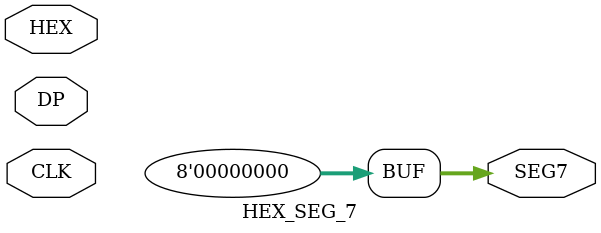
<source format=v>
module TIMER_APP(
	input CLK,
	input CLK_1kHz,
	input CLK_100Hz,
	input CLK_10Hz,
	input CLK_1Hz,
	input USER_BUTTON,
	input SW7,
	input SW6,
	input SW5,
	input SW4,
	input SW3,
	input SW2,
	input SW1,
	input SW0,
	//
	output reg LED8,
	output reg LED7,
	output reg LED6,
	output reg LED5,
	output reg LED4,
	output reg LED3,
	output reg LED2,
	output reg LED1,
	output reg LED0,	
	//
	output wire [7:0] MIN_ZEHNER,
	output wire [7:0] MIN_EINER,
	output wire [7:0] SEK_ZEHNER,
	output wire [7:0] SEK_EINER,
	output wire [7:0] SEK_ZEHNTEL,
	output wire [7:0] SEK_HUNDERTSTEL,
	output wire [7:0] SEK_TAUSENDSTEL,	
	output reg [31:0] COUNTER
	);
	//	
	reg [3:0] state;
	reg [3:0] dec_min_zehner;
	reg [3:0] dec_min_einer;
	reg [3:0] dec_sek_zehner;
	reg [3:0] dec_sek_einer;
	reg [3:0] dec_sek_zehntel;
	reg [3:0] dec_sek_hundertstel;
	reg [3:0] dec_sek_tausendstel;
	//
	HEX_SEG_7      hex_seg_7_min_zehner(CLK, dec_min_zehner,      1'b0, MIN_ZEHNER);
	HEX_SEG_7       hex_seg_7_min_einer(CLK, dec_min_einer,       1'b1, MIN_EINER);
	HEX_SEG_7      hex_seg_7_sek_zehner(CLK, dec_sek_zehner,      1'b0, SEK_ZEHNER);
	HEX_SEG_7       hex_seg_7_sek_einer(CLK, dec_sek_einer,       1'b1, SEK_EINER);
	HEX_SEG_7     hex_seg_7_sek_zehntel(CLK, dec_sek_zehntel,     1'b0, SEK_ZEHNTEL);
	HEX_SEG_7 hex_seg_7_sek_hundertstel(CLK, dec_sek_hundertstel, 1'b0, SEK_HUNDERTSTEL);
	HEX_SEG_7 hex_seg_7_sek_tausendstel(CLK, dec_sek_tausendstel, 1'b0, SEK_TAUSENDSTEL);
	//
	initial
	begin
		COUNTER <= 0;
		LED0 <= 0; LED1 <= 0; LED2 <= 0; LED3 <= 0; LED4 <= 0; LED5 <= 0; LED6 <= 0; LED7 <= 0; LED8 <= 0;
		//
		state <= 0;
		dec_min_zehner <= 0;
		dec_min_einer <= 0;
		dec_sek_zehner <= 0;
		dec_sek_einer <= 0;
		dec_sek_zehntel <= 0;
		dec_sek_hundertstel <= 0;
		dec_sek_tausendstel <= 0;
	end
	//
	always @(posedge CLK)
	begin
	//
	end
endmodule
/////////////////////////////////////////////////////////
module HEX_SEG_7 (
	input wire CLK,
	input wire [3:0] HEX,
	input wire DP,
	output reg [7:0] SEG7
	);
	//
	initial
	begin
		SEG7 <= 8'b00000000;
	end
	//
	always	@(posedge CLK) begin	
	//
	end
endmodule
</source>
